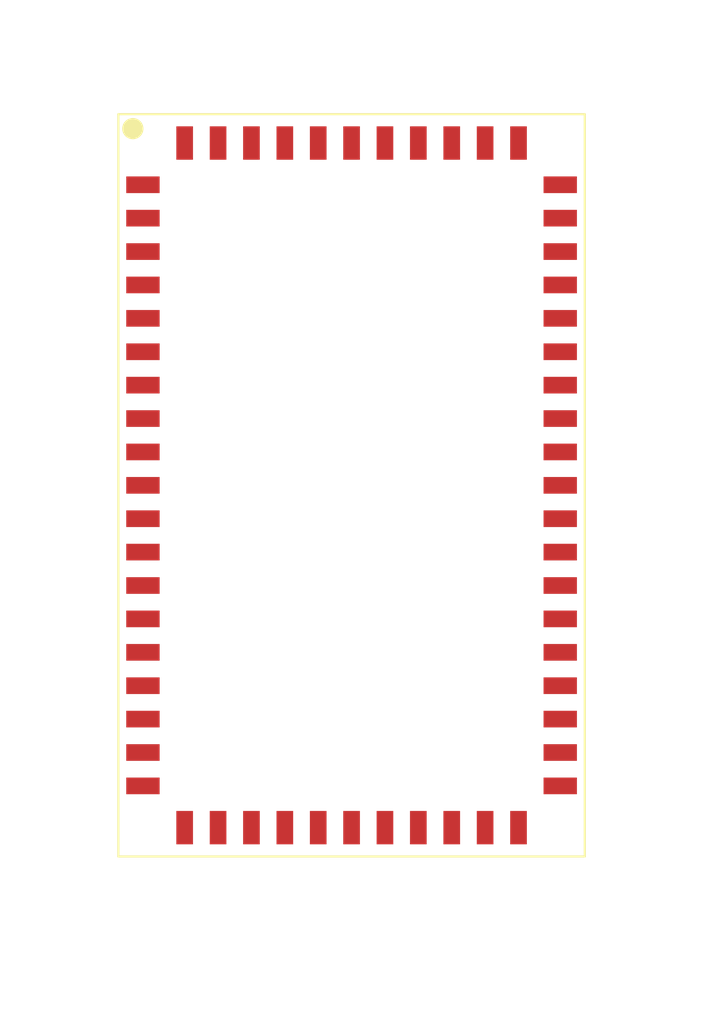
<source format=kicad_pcb>
(kicad_pcb (version 4) (host pcbnew "(2015-07-27 BZR 5997)-product")

  (general
    (links 0)
    (no_connects 0)
    (area 0 0 0 0)
    (thickness 1.6)
    (drawings 0)
    (tracks 0)
    (zones 0)
    (modules 1)
    (nets 61)
  )

  (page A4)
  (layers
    (0 F.Cu signal)
    (31 B.Cu signal)
    (32 B.Adhes user)
    (33 F.Adhes user)
    (34 B.Paste user)
    (35 F.Paste user)
    (36 B.SilkS user)
    (37 F.SilkS user)
    (38 B.Mask user)
    (39 F.Mask user)
    (40 Dwgs.User user)
    (41 Cmts.User user)
    (42 Eco1.User user)
    (43 Eco2.User user)
    (44 Edge.Cuts user)
    (45 Margin user)
    (46 B.CrtYd user)
    (47 F.CrtYd user)
    (48 B.Fab user)
    (49 F.Fab user)
  )

  (setup
    (last_trace_width 0.25)
    (trace_clearance 0.2)
    (zone_clearance 0.508)
    (zone_45_only no)
    (trace_min 0.2)
    (segment_width 0.2)
    (edge_width 0.15)
    (via_size 0.6)
    (via_drill 0.4)
    (via_min_size 0.4)
    (via_min_drill 0.3)
    (uvia_size 0.3)
    (uvia_drill 0.1)
    (uvias_allowed no)
    (uvia_min_size 0.2)
    (uvia_min_drill 0.1)
    (pcb_text_width 0.3)
    (pcb_text_size 1.5 1.5)
    (mod_edge_width 0.15)
    (mod_text_size 1 1)
    (mod_text_width 0.15)
    (pad_size 1.524 1.524)
    (pad_drill 0.762)
    (pad_to_mask_clearance 0.2)
    (aux_axis_origin 0 0)
    (visible_elements FFFFFF7F)
    (pcbplotparams
      (layerselection 0x00030_80000001)
      (usegerberextensions false)
      (excludeedgelayer true)
      (linewidth 0.100000)
      (plotframeref false)
      (viasonmask false)
      (mode 1)
      (useauxorigin false)
      (hpglpennumber 1)
      (hpglpenspeed 20)
      (hpglpendiameter 15)
      (hpglpenoverlay 2)
      (psnegative false)
      (psa4output false)
      (plotreference true)
      (plotvalue true)
      (plotinvisibletext false)
      (padsonsilk false)
      (subtractmaskfromsilk false)
      (outputformat 1)
      (mirror false)
      (drillshape 1)
      (scaleselection 1)
      (outputdirectory ""))
  )

  (net 0 "")
  (net 1 "Net-(U1-Pad1)")
  (net 2 "Net-(U1-Pad2)")
  (net 3 "Net-(U1-Pad3)")
  (net 4 "Net-(U1-Pad4)")
  (net 5 "Net-(U1-Pad5)")
  (net 6 "Net-(U1-Pad6)")
  (net 7 "Net-(U1-Pad7)")
  (net 8 "Net-(U1-Pad8)")
  (net 9 "Net-(U1-Pad9)")
  (net 10 "Net-(U1-Pad10)")
  (net 11 "Net-(U1-Pad11)")
  (net 12 "Net-(U1-Pad12)")
  (net 13 "Net-(U1-Pad13)")
  (net 14 "Net-(U1-Pad14)")
  (net 15 "Net-(U1-Pad15)")
  (net 16 "Net-(U1-Pad16)")
  (net 17 "Net-(U1-Pad17)")
  (net 18 "Net-(U1-Pad18)")
  (net 19 "Net-(U1-Pad19)")
  (net 20 "Net-(U1-Pad20)")
  (net 21 "Net-(U1-Pad21)")
  (net 22 "Net-(U1-Pad22)")
  (net 23 "Net-(U1-Pad23)")
  (net 24 "Net-(U1-Pad24)")
  (net 25 "Net-(U1-Pad25)")
  (net 26 "Net-(U1-Pad26)")
  (net 27 "Net-(U1-Pad27)")
  (net 28 "Net-(U1-Pad28)")
  (net 29 "Net-(U1-Pad29)")
  (net 30 "Net-(U1-Pad30)")
  (net 31 "Net-(U1-Pad31)")
  (net 32 "Net-(U1-Pad32)")
  (net 33 "Net-(U1-Pad33)")
  (net 34 "Net-(U1-Pad34)")
  (net 35 "Net-(U1-Pad35)")
  (net 36 "Net-(U1-Pad36)")
  (net 37 "Net-(U1-Pad37)")
  (net 38 "Net-(U1-Pad38)")
  (net 39 "Net-(U1-Pad39)")
  (net 40 "Net-(U1-Pad40)")
  (net 41 "Net-(U1-Pad41)")
  (net 42 "Net-(U1-Pad42)")
  (net 43 "Net-(U1-Pad43)")
  (net 44 "Net-(U1-Pad44)")
  (net 45 "Net-(U1-Pad45)")
  (net 46 "Net-(U1-Pad46)")
  (net 47 "Net-(U1-Pad47)")
  (net 48 "Net-(U1-Pad48)")
  (net 49 "Net-(U1-Pad49)")
  (net 50 "Net-(U1-Pad50)")
  (net 51 "Net-(U1-Pad51)")
  (net 52 "Net-(U1-Pad52)")
  (net 53 "Net-(U1-Pad53)")
  (net 54 "Net-(U1-Pad54)")
  (net 55 "Net-(U1-Pad55)")
  (net 56 "Net-(U1-Pad56)")
  (net 57 "Net-(U1-Pad57)")
  (net 58 "Net-(U1-Pad58)")
  (net 59 "Net-(U1-Pad59)")
  (net 60 "Net-(U1-Pad60)")

  (net_class Default "This is the default net class."
    (clearance 0.2)
    (trace_width 0.25)
    (via_dia 0.6)
    (via_drill 0.4)
    (uvia_dia 0.3)
    (uvia_drill 0.1)
    (add_net "Net-(U1-Pad1)")
    (add_net "Net-(U1-Pad10)")
    (add_net "Net-(U1-Pad11)")
    (add_net "Net-(U1-Pad12)")
    (add_net "Net-(U1-Pad13)")
    (add_net "Net-(U1-Pad14)")
    (add_net "Net-(U1-Pad15)")
    (add_net "Net-(U1-Pad16)")
    (add_net "Net-(U1-Pad17)")
    (add_net "Net-(U1-Pad18)")
    (add_net "Net-(U1-Pad19)")
    (add_net "Net-(U1-Pad2)")
    (add_net "Net-(U1-Pad20)")
    (add_net "Net-(U1-Pad21)")
    (add_net "Net-(U1-Pad22)")
    (add_net "Net-(U1-Pad23)")
    (add_net "Net-(U1-Pad24)")
    (add_net "Net-(U1-Pad25)")
    (add_net "Net-(U1-Pad26)")
    (add_net "Net-(U1-Pad27)")
    (add_net "Net-(U1-Pad28)")
    (add_net "Net-(U1-Pad29)")
    (add_net "Net-(U1-Pad3)")
    (add_net "Net-(U1-Pad30)")
    (add_net "Net-(U1-Pad31)")
    (add_net "Net-(U1-Pad32)")
    (add_net "Net-(U1-Pad33)")
    (add_net "Net-(U1-Pad34)")
    (add_net "Net-(U1-Pad35)")
    (add_net "Net-(U1-Pad36)")
    (add_net "Net-(U1-Pad37)")
    (add_net "Net-(U1-Pad38)")
    (add_net "Net-(U1-Pad39)")
    (add_net "Net-(U1-Pad4)")
    (add_net "Net-(U1-Pad40)")
    (add_net "Net-(U1-Pad41)")
    (add_net "Net-(U1-Pad42)")
    (add_net "Net-(U1-Pad43)")
    (add_net "Net-(U1-Pad44)")
    (add_net "Net-(U1-Pad45)")
    (add_net "Net-(U1-Pad46)")
    (add_net "Net-(U1-Pad47)")
    (add_net "Net-(U1-Pad48)")
    (add_net "Net-(U1-Pad49)")
    (add_net "Net-(U1-Pad5)")
    (add_net "Net-(U1-Pad50)")
    (add_net "Net-(U1-Pad51)")
    (add_net "Net-(U1-Pad52)")
    (add_net "Net-(U1-Pad53)")
    (add_net "Net-(U1-Pad54)")
    (add_net "Net-(U1-Pad55)")
    (add_net "Net-(U1-Pad56)")
    (add_net "Net-(U1-Pad57)")
    (add_net "Net-(U1-Pad58)")
    (add_net "Net-(U1-Pad59)")
    (add_net "Net-(U1-Pad6)")
    (add_net "Net-(U1-Pad60)")
    (add_net "Net-(U1-Pad7)")
    (add_net "Net-(U1-Pad8)")
    (add_net "Net-(U1-Pad9)")
  )

  (module Domino:DOMINO (layer F.Cu) (tedit 0) (tstamp 55B8D472)
    (at 148.5011 105.0036)
    (descr "<b>GL-Connect Domino WiFi Module</b>")
    (path /55B8D05E)
    (fp_text reference U1 (at 10.2616 20.955) (layer Eco1.User)
      (effects (font (size 0.8128 0.8128) (thickness 0.0635)))
    )
    (fp_text value DOMINO_DOMINO (at 0 0) (layer Eco1.User)
      (effects (font (size 0.8128 0.8128) (thickness 0.0635)))
    )
    (fp_text user +3.3VD_FLASH_IN (at -1.99898 28.26512 90) (layer Dwgs.User)
      (effects (font (size 0.6096 0.6096) (thickness 0.04826)))
    )
    (fp_text user +3.3VD_IN (at 0 26.43632 90) (layer Dwgs.User)
      (effects (font (size 0.6096 0.6096) (thickness 0.04826)))
    )
    (fp_text user GND (at -3.99796 -25.21712 90) (layer Dwgs.User)
      (effects (font (size 0.6096 0.6096) (thickness 0.04826)))
    )
    (fp_text user SPDIF_OUT (at 7.99846 26.43632 90) (layer Dwgs.User)
      (effects (font (size 0.6096 0.6096) (thickness 0.04826)))
    )
    (fp_text user I2S_SD (at 17.82826 15.99946) (layer Dwgs.User)
      (effects (font (size 0.6096 0.6096) (thickness 0.04826)))
    )
    (fp_text user I2S_WS (at 17.82826 13.99794) (layer Dwgs.User)
      (effects (font (size 0.6096 0.6096) (thickness 0.04826)))
    )
    (fp_text user I2S_CK (at 17.82826 11.99896) (layer Dwgs.User)
      (effects (font (size 0.6096 0.6096) (thickness 0.04826)))
    )
    (fp_text user I2S_MICIN (at 9.99998 26.43632 90) (layer Dwgs.User)
      (effects (font (size 0.6096 0.6096) (thickness 0.04826)))
    )
    (fp_text user I2S_MCK (at 17.82826 17.99844) (layer Dwgs.User)
      (effects (font (size 0.6096 0.6096) (thickness 0.04826)))
    )
    (fp_text user GND (at 16.60906 9.99998) (layer Dwgs.User)
      (effects (font (size 0.6096 0.6096) (thickness 0.04826)))
    )
    (fp_line (start 12.49934 20.4978) (end 10.2997 20.4978) (layer Cmts.User) (width 0.127))
    (fp_line (start 9.69772 20.4978) (end 8.29818 20.4978) (layer Cmts.User) (width 0.127))
    (fp_line (start 7.69874 20.4978) (end 6.2992 20.4978) (layer Cmts.User) (width 0.127))
    (fp_line (start 5.69976 20.4978) (end 4.29768 20.4978) (layer Cmts.User) (width 0.127))
    (fp_line (start 3.69824 20.4978) (end 2.2987 20.4978) (layer Cmts.User) (width 0.127))
    (fp_line (start 1.69926 20.4978) (end 0.29972 20.4978) (layer Cmts.User) (width 0.127))
    (fp_line (start -0.29972 20.4978) (end -1.69926 20.4978) (layer Cmts.User) (width 0.127))
    (fp_line (start -2.2987 20.4978) (end -3.69824 20.4978) (layer Cmts.User) (width 0.127))
    (fp_line (start -4.29768 20.4978) (end -5.69976 20.4978) (layer Cmts.User) (width 0.127))
    (fp_line (start -6.2992 20.4978) (end -7.69874 20.4978) (layer Cmts.User) (width 0.127))
    (fp_line (start -8.29818 20.4978) (end -9.69772 20.4978) (layer Cmts.User) (width 0.127))
    (fp_line (start -10.2997 20.4978) (end -12.49934 20.4978) (layer Cmts.User) (width 0.127))
    (fp_line (start -12.49934 20.4978) (end -12.49934 18.29816) (layer Cmts.User) (width 0.127))
    (fp_line (start -12.49934 17.69872) (end -12.49934 16.29918) (layer Cmts.User) (width 0.127))
    (fp_line (start -12.49934 15.69974) (end -12.49934 14.29766) (layer Cmts.User) (width 0.127))
    (fp_line (start -12.49934 13.69822) (end -12.49934 12.29868) (layer Cmts.User) (width 0.127))
    (fp_line (start -12.49934 11.69924) (end -12.49934 10.2997) (layer Cmts.User) (width 0.127))
    (fp_line (start -12.49934 9.69772) (end -12.49934 8.29818) (layer Cmts.User) (width 0.127))
    (fp_line (start -12.49934 7.69874) (end -12.49934 6.2992) (layer Cmts.User) (width 0.127))
    (fp_line (start -12.49934 5.69976) (end -12.49934 4.29768) (layer Cmts.User) (width 0.127))
    (fp_line (start -12.49934 3.69824) (end -12.49934 2.2987) (layer Cmts.User) (width 0.127))
    (fp_line (start -12.49934 1.69926) (end -12.49934 0.29972) (layer Cmts.User) (width 0.127))
    (fp_line (start -12.49934 -0.29972) (end -12.49934 -1.69926) (layer Cmts.User) (width 0.127))
    (fp_line (start -12.49934 -2.2987) (end -12.49934 -3.69824) (layer Cmts.User) (width 0.127))
    (fp_line (start -12.49934 -4.29768) (end -12.49934 -5.69976) (layer Cmts.User) (width 0.127))
    (fp_line (start -12.49934 -6.2992) (end -12.49934 -7.69874) (layer Cmts.User) (width 0.127))
    (fp_line (start -12.49934 -8.29818) (end -12.49934 -9.69772) (layer Cmts.User) (width 0.127))
    (fp_line (start -12.49934 -10.2997) (end -12.49934 -11.69924) (layer Cmts.User) (width 0.127))
    (fp_line (start -12.49934 -12.29868) (end -12.49934 -13.69822) (layer Cmts.User) (width 0.127))
    (fp_line (start -12.49934 -14.29766) (end -12.49934 -15.69974) (layer Cmts.User) (width 0.127))
    (fp_line (start -12.49934 -16.29918) (end -12.49934 -17.69872) (layer Cmts.User) (width 0.127))
    (fp_line (start -12.49934 -18.29816) (end -12.49934 -20.4978) (layer Cmts.User) (width 0.127))
    (fp_line (start -12.49934 -20.4978) (end -10.2997 -20.4978) (layer Cmts.User) (width 0.127))
    (fp_line (start -9.69772 -20.4978) (end -8.29818 -20.4978) (layer Cmts.User) (width 0.127))
    (fp_line (start -7.69874 -20.4978) (end -6.2992 -20.4978) (layer Cmts.User) (width 0.127))
    (fp_line (start -5.69976 -20.4978) (end -4.29768 -20.4978) (layer Cmts.User) (width 0.127))
    (fp_line (start -3.69824 -20.4978) (end -2.2987 -20.4978) (layer Cmts.User) (width 0.127))
    (fp_line (start -1.69926 -20.4978) (end -0.29972 -20.4978) (layer Cmts.User) (width 0.127))
    (fp_line (start 0.29972 -20.4978) (end 1.69926 -20.4978) (layer Cmts.User) (width 0.127))
    (fp_line (start 2.2987 -20.4978) (end 3.69824 -20.4978) (layer Cmts.User) (width 0.127))
    (fp_line (start 4.29768 -20.4978) (end 5.69976 -20.4978) (layer Cmts.User) (width 0.127))
    (fp_line (start 6.2992 -20.4978) (end 7.69874 -20.4978) (layer Cmts.User) (width 0.127))
    (fp_line (start 8.29818 -20.4978) (end 9.69772 -20.4978) (layer Cmts.User) (width 0.127))
    (fp_line (start 10.2997 -20.4978) (end 12.49934 -20.4978) (layer Cmts.User) (width 0.127))
    (fp_line (start 12.49934 -20.4978) (end 12.49934 -18.29816) (layer Cmts.User) (width 0.127))
    (fp_line (start 12.49934 -17.69872) (end 12.49934 -16.29918) (layer Cmts.User) (width 0.127))
    (fp_line (start 12.49934 -15.69974) (end 12.49934 -14.29766) (layer Cmts.User) (width 0.127))
    (fp_line (start 12.49934 -13.69822) (end 12.49934 -12.29868) (layer Cmts.User) (width 0.127))
    (fp_line (start 12.49934 -11.69924) (end 12.49934 -10.2997) (layer Cmts.User) (width 0.127))
    (fp_line (start 12.49934 -9.69772) (end 12.49934 -8.29818) (layer Cmts.User) (width 0.127))
    (fp_line (start 12.49934 -7.69874) (end 12.49934 -6.2992) (layer Cmts.User) (width 0.127))
    (fp_line (start 12.49934 -5.69976) (end 12.49934 -4.29768) (layer Cmts.User) (width 0.127))
    (fp_line (start 12.49934 -3.69824) (end 12.49934 -2.2987) (layer Cmts.User) (width 0.127))
    (fp_line (start 12.49934 -1.69926) (end 12.49934 -0.29972) (layer Cmts.User) (width 0.127))
    (fp_line (start 12.49934 0.29972) (end 12.49934 1.69926) (layer Cmts.User) (width 0.127))
    (fp_line (start 12.49934 2.2987) (end 12.49934 3.69824) (layer Cmts.User) (width 0.127))
    (fp_line (start 12.49934 4.29768) (end 12.49934 5.69976) (layer Cmts.User) (width 0.127))
    (fp_line (start 12.49934 6.2992) (end 12.49934 7.69874) (layer Cmts.User) (width 0.127))
    (fp_line (start 12.49934 8.29818) (end 12.49934 9.69772) (layer Cmts.User) (width 0.127))
    (fp_line (start 12.49934 10.2997) (end 12.49934 11.69924) (layer Cmts.User) (width 0.127))
    (fp_line (start 12.49934 12.29868) (end 12.49934 13.69822) (layer Cmts.User) (width 0.127))
    (fp_line (start 12.49934 14.29766) (end 12.49934 15.69974) (layer Cmts.User) (width 0.127))
    (fp_line (start 12.49934 16.29918) (end 12.49934 17.69872) (layer Cmts.User) (width 0.127))
    (fp_line (start 12.49934 18.29816) (end 12.49934 20.4978) (layer Cmts.User) (width 0.127))
    (fp_line (start 11.24966 19.24812) (end -11.24966 19.24812) (layer Cmts.User) (width 0.508))
    (fp_line (start 11.24966 -19.09826) (end 11.24966 19.24812) (layer Cmts.User) (width 0.508))
    (fp_line (start -8.77062 -16.84782) (end -10.57148 -16.84782) (layer Cmts.User) (width 0.127))
    (fp_line (start -10.9728 -17.2466) (end -10.9728 -18.9484) (layer Cmts.User) (width 0.127))
    (fp_line (start -10.57148 -19.34718) (end -8.77062 -19.34718) (layer Cmts.User) (width 0.127))
    (fp_line (start -8.37184 -18.9484) (end -8.37184 -17.2466) (layer Cmts.User) (width 0.127))
    (fp_arc (start -8.72236 -17.19834) (end -8.37184 -17.2466) (angle -106.2) (layer Cmts.User) (width 0.127))
    (fp_arc (start -10.62228 -17.19834) (end -10.57148 -16.84782) (angle -106.2) (layer Cmts.User) (width 0.127))
    (fp_arc (start -8.72236 -18.99666) (end -8.77062 -19.34718) (angle -106.2) (layer Cmts.User) (width 0.127))
    (fp_arc (start -10.62228 -18.99666) (end -10.9728 -18.9484) (angle -106.2) (layer Cmts.User) (width 0.127))
    (fp_line (start -11.24966 19.24812) (end -11.24966 -13.04798) (layer Cmts.User) (width 0.508))
    (fp_line (start -11.24966 -13.04798) (end -5.19938 -19.09826) (layer Cmts.User) (width 0.508))
    (fp_line (start -5.19938 -19.09826) (end 11.14806 -19.09826) (layer Cmts.User) (width 0.508))
    (fp_line (start 13.97 22.225) (end -13.97 22.225) (layer Dwgs.User) (width 0.0508))
    (fp_line (start -13.97 22.225) (end -13.97 -22.225) (layer Dwgs.User) (width 0.0508))
    (fp_line (start -13.97 -22.225) (end 13.97 -22.225) (layer Dwgs.User) (width 0.0508))
    (fp_line (start 13.97 -22.225) (end 13.97 22.225) (layer Dwgs.User) (width 0.0508))
    (fp_arc (start 12.49934 17.99844) (end 12.49934 17.69872) (angle 180) (layer Cmts.User) (width 0.127))
    (fp_arc (start 12.49934 15.99946) (end 12.49934 15.69974) (angle 180) (layer Cmts.User) (width 0.127))
    (fp_arc (start 12.49934 13.99794) (end 12.49934 13.69822) (angle 180) (layer Cmts.User) (width 0.127))
    (fp_arc (start 12.49934 11.99896) (end 12.49934 11.69924) (angle 180) (layer Cmts.User) (width 0.127))
    (fp_arc (start 12.49934 9.99998) (end 12.49934 9.69772) (angle 180) (layer Cmts.User) (width 0.127))
    (fp_arc (start 12.49934 7.99846) (end 12.49934 7.69874) (angle 180) (layer Cmts.User) (width 0.127))
    (fp_arc (start 12.49934 5.99948) (end 12.49934 5.69976) (angle 180) (layer Cmts.User) (width 0.127))
    (fp_arc (start 12.49934 3.99796) (end 12.49934 3.69824) (angle 180) (layer Cmts.User) (width 0.127))
    (fp_arc (start 12.49934 1.99898) (end 12.49934 1.69926) (angle 180) (layer Cmts.User) (width 0.127))
    (fp_arc (start 12.49934 0) (end 12.49934 -0.29972) (angle 180) (layer Cmts.User) (width 0.127))
    (fp_arc (start 12.49934 -1.99898) (end 12.49934 -2.2987) (angle 180) (layer Cmts.User) (width 0.127))
    (fp_arc (start 12.49934 -3.99796) (end 12.49934 -4.29768) (angle 180) (layer Cmts.User) (width 0.127))
    (fp_arc (start 12.49934 -5.99948) (end 12.49934 -6.2992) (angle 180) (layer Cmts.User) (width 0.127))
    (fp_arc (start 12.49934 -7.99846) (end 12.49934 -8.29818) (angle 180) (layer Cmts.User) (width 0.127))
    (fp_arc (start 12.49934 -9.99998) (end 12.49934 -10.2997) (angle 180) (layer Cmts.User) (width 0.127))
    (fp_arc (start 12.49934 -11.99896) (end 12.49934 -12.29868) (angle 180) (layer Cmts.User) (width 0.127))
    (fp_arc (start 12.49934 -13.99794) (end 12.49934 -14.29766) (angle 180) (layer Cmts.User) (width 0.127))
    (fp_arc (start 12.49934 -15.99946) (end 12.49934 -16.29918) (angle 180) (layer Cmts.User) (width 0.127))
    (fp_arc (start 12.49934 -17.99844) (end 12.49934 -18.29816) (angle 180) (layer Cmts.User) (width 0.127))
    (fp_arc (start 7.99846 -20.4978) (end 7.69874 -20.4978) (angle 180) (layer Cmts.User) (width 0.127))
    (fp_arc (start 5.99948 -20.4978) (end 5.69976 -20.4978) (angle 180) (layer Cmts.User) (width 0.127))
    (fp_arc (start 3.99796 -20.4978) (end 3.69824 -20.4978) (angle 180) (layer Cmts.User) (width 0.127))
    (fp_arc (start 1.99898 -20.4978) (end 1.69926 -20.4978) (angle 180) (layer Cmts.User) (width 0.127))
    (fp_arc (start 0 -20.4978) (end -0.29972 -20.4978) (angle 180) (layer Cmts.User) (width 0.127))
    (fp_arc (start -1.99898 -20.4978) (end -2.2987 -20.4978) (angle 180) (layer Cmts.User) (width 0.127))
    (fp_arc (start -3.99796 -20.4978) (end -4.29768 -20.4978) (angle 180) (layer Cmts.User) (width 0.127))
    (fp_arc (start -5.99948 -20.4978) (end -6.2992 -20.4978) (angle 180) (layer Cmts.User) (width 0.127))
    (fp_arc (start -7.99846 -20.4978) (end -8.29818 -20.4978) (angle 180) (layer Cmts.User) (width 0.127))
    (fp_arc (start -9.99998 -20.4978) (end -10.2997 -20.4978) (angle 180) (layer Cmts.User) (width 0.127))
    (fp_arc (start -12.49934 -17.99844) (end -12.49934 -17.69872) (angle 180) (layer Cmts.User) (width 0.127))
    (fp_arc (start -12.49934 -15.99946) (end -12.49934 -15.69974) (angle 180) (layer Cmts.User) (width 0.127))
    (fp_arc (start -12.49934 -13.99794) (end -12.49934 -13.69822) (angle 180) (layer Cmts.User) (width 0.127))
    (fp_arc (start -12.49934 -11.99896) (end -12.49934 -11.69924) (angle 180) (layer Cmts.User) (width 0.127))
    (fp_arc (start -12.49934 -9.99998) (end -12.49934 -9.69772) (angle 180) (layer Cmts.User) (width 0.127))
    (fp_arc (start -12.49934 -7.99846) (end -12.49934 -7.69874) (angle 180) (layer Cmts.User) (width 0.127))
    (fp_arc (start -12.49934 -5.99948) (end -12.49934 -5.69976) (angle 180) (layer Cmts.User) (width 0.127))
    (fp_arc (start -12.49934 -3.99796) (end -12.49934 -3.69824) (angle 180) (layer Cmts.User) (width 0.127))
    (fp_arc (start -12.49934 -1.99898) (end -12.49934 -1.69926) (angle 180) (layer Cmts.User) (width 0.127))
    (fp_arc (start -12.49934 1.99898) (end -12.49934 2.2987) (angle 180) (layer Cmts.User) (width 0.127))
    (fp_arc (start -12.49934 3.99796) (end -12.49934 4.29768) (angle 180) (layer Cmts.User) (width 0.127))
    (fp_arc (start -12.49934 5.99948) (end -12.49934 6.2992) (angle 180) (layer Cmts.User) (width 0.127))
    (fp_arc (start -12.49934 7.99846) (end -12.49934 8.29818) (angle 180) (layer Cmts.User) (width 0.127))
    (fp_arc (start -12.49934 9.99998) (end -12.49934 10.2997) (angle 180) (layer Cmts.User) (width 0.127))
    (fp_arc (start -12.49934 11.99896) (end -12.49934 12.29868) (angle 180) (layer Cmts.User) (width 0.127))
    (fp_arc (start -12.49934 13.99794) (end -12.49934 14.29766) (angle 180) (layer Cmts.User) (width 0.127))
    (fp_arc (start -12.49934 15.99946) (end -12.49934 16.29918) (angle 180) (layer Cmts.User) (width 0.127))
    (fp_arc (start -12.49934 17.99844) (end -12.49934 18.29816) (angle 180) (layer Cmts.User) (width 0.127))
    (fp_arc (start -9.99998 20.4978) (end -9.69772 20.4978) (angle 180) (layer Cmts.User) (width 0.127))
    (fp_arc (start -7.99846 20.4978) (end -7.69874 20.4978) (angle 180) (layer Cmts.User) (width 0.127))
    (fp_arc (start -5.99948 20.4978) (end -5.69976 20.4978) (angle 180) (layer Cmts.User) (width 0.127))
    (fp_arc (start -3.99796 20.4978) (end -3.69824 20.4978) (angle 180) (layer Cmts.User) (width 0.127))
    (fp_arc (start -1.99898 20.4978) (end -1.69926 20.4978) (angle 180) (layer Cmts.User) (width 0.127))
    (fp_arc (start 1.99898 20.4978) (end 2.2987 20.4978) (angle 180) (layer Cmts.User) (width 0.127))
    (fp_arc (start 3.99796 20.4978) (end 4.29768 20.4978) (angle 180) (layer Cmts.User) (width 0.127))
    (fp_arc (start 5.99948 20.4978) (end 6.2992 20.4978) (angle 180) (layer Cmts.User) (width 0.127))
    (fp_arc (start 7.99846 20.4978) (end 8.29818 20.4978) (angle 180) (layer Cmts.User) (width 0.127))
    (fp_arc (start 9.99998 20.4978) (end 10.2997 20.4978) (angle 180) (layer Cmts.User) (width 0.127))
    (fp_arc (start 9.99998 -20.4978) (end 9.69772 -20.4978) (angle 180) (layer Cmts.User) (width 0.127))
    (fp_line (start 13.97 22.225) (end 13.97 -22.225) (layer F.SilkS) (width 0.127))
    (fp_line (start 13.97 -22.225) (end -13.97 -22.225) (layer F.SilkS) (width 0.127))
    (fp_line (start -13.97 -22.225) (end -13.97 22.225) (layer F.SilkS) (width 0.127))
    (fp_line (start -13.97 22.225) (end 13.97 22.225) (layer F.SilkS) (width 0.127))
    (fp_line (start 19.99996 20.99818) (end 20.99818 20.99818) (layer Dwgs.User) (width 0.127))
    (fp_line (start 20.99818 20.99818) (end 20.99818 9.99998) (layer Dwgs.User) (width 0.127))
    (fp_line (start 19.99996 9.99998) (end 20.99818 9.99998) (layer Dwgs.User) (width 0.127))
    (fp_line (start 20.99818 9.99998) (end 20.99818 -9.99998) (layer Dwgs.User) (width 0.127))
    (fp_line (start 19.99996 -9.99998) (end 20.99818 -9.99998) (layer Dwgs.User) (width 0.127))
    (fp_line (start 20.99818 -9.99998) (end 20.99818 -18.9992) (layer Dwgs.User) (width 0.127))
    (fp_line (start 20.99818 -18.9992) (end 19.99996 -18.9992) (layer Dwgs.User) (width 0.127))
    (fp_line (start 12.99972 -27.99842) (end 12.99972 -28.99918) (layer Dwgs.User) (width 0.127))
    (fp_line (start 12.99972 -28.99918) (end 7.99846 -28.99918) (layer Dwgs.User) (width 0.127))
    (fp_line (start 7.99846 -27.99842) (end 7.99846 -28.99918) (layer Dwgs.User) (width 0.127))
    (fp_line (start 7.99846 -28.99918) (end 1.99898 -28.99918) (layer Dwgs.User) (width 0.127))
    (fp_line (start 1.99898 -27.99842) (end 1.99898 -28.99918) (layer Dwgs.User) (width 0.127))
    (fp_line (start 1.99898 -28.99918) (end -4.99872 -28.99918) (layer Dwgs.User) (width 0.127))
    (fp_line (start -4.99872 -27.99842) (end -4.99872 -28.99918) (layer Dwgs.User) (width 0.127))
    (fp_line (start -4.99872 -28.99918) (end -13.99794 -28.99918) (layer Dwgs.User) (width 0.127))
    (fp_line (start -13.99794 -28.99918) (end -13.99794 -27.99842) (layer Dwgs.User) (width 0.127))
    (fp_line (start -19.99996 -12.99972) (end -20.99818 -12.99972) (layer Dwgs.User) (width 0.127))
    (fp_line (start -20.99818 -12.99972) (end -20.99818 -8.99922) (layer Dwgs.User) (width 0.127))
    (fp_line (start -19.99996 -8.99922) (end -20.99818 -8.99922) (layer Dwgs.User) (width 0.127))
    (fp_line (start -20.99818 -8.99922) (end -20.99818 0) (layer Dwgs.User) (width 0.127))
    (fp_line (start -20.99818 0) (end -19.99996 0) (layer Dwgs.User) (width 0.127))
    (fp_line (start -20.99818 0) (end -20.99818 20.99818) (layer Dwgs.User) (width 0.127))
    (fp_line (start -20.99818 20.99818) (end -19.99996 20.99818) (layer Dwgs.User) (width 0.127))
    (fp_line (start -12.99972 30.99816) (end -12.99972 31.99892) (layer Dwgs.User) (width 0.127))
    (fp_line (start -12.99972 31.99892) (end -5.99948 31.99892) (layer Dwgs.User) (width 0.127))
    (fp_line (start -5.99948 30.99816) (end -5.99948 31.99892) (layer Dwgs.User) (width 0.127))
    (fp_line (start -5.99948 31.99892) (end 3.99796 31.99892) (layer Dwgs.User) (width 0.127))
    (fp_line (start 3.99796 31.99892) (end 3.99796 30.99816) (layer Dwgs.User) (width 0.127))
    (fp_line (start 3.99796 31.99892) (end 6.9977 31.99892) (layer Dwgs.User) (width 0.127))
    (fp_line (start 6.9977 31.99892) (end 6.9977 30.99816) (layer Dwgs.User) (width 0.127))
    (fp_line (start -20.99818 -12.99972) (end -20.99818 -20.99818) (layer Dwgs.User) (width 0.127))
    (fp_line (start -20.99818 -20.99818) (end -19.99996 -20.99818) (layer Dwgs.User) (width 0.127))
    (fp_line (start 6.9977 31.99892) (end 12.99972 31.99892) (layer Dwgs.User) (width 0.127))
    (fp_line (start 12.99972 31.99892) (end 12.99972 30.99816) (layer Dwgs.User) (width 0.127))
    (fp_arc (start -12.49934 0) (end -12.49934 0.29972) (angle 180) (layer Cmts.User) (width 0.127))
    (fp_arc (start 0 20.4978) (end 0.29972 20.4978) (angle 180) (layer Cmts.User) (width 0.127))
    (fp_circle (center -9.67232 -18.1483) (end -8.6741 -18.1483) (layer Cmts.User) (width 0.127))
    (fp_circle (center -9.67232 -18.1483) (end -9.53262 -18.1483) (layer Cmts.User) (width 0.127))
    (fp_circle (center -13.10386 -21.35886) (end -12.46886 -21.35886) (layer F.SilkS) (width 0))
    (fp_circle (center 3.34518 -3.74142) (end 3.69316 -3.74142) (layer Dwgs.User) (width 0))
    (fp_circle (center -10.9982 -11.99896) (end -10.65022 -11.99896) (layer Dwgs.User) (width 0))
    (fp_circle (center -10.9982 -7.99846) (end -10.65022 -7.99846) (layer Dwgs.User) (width 0))
    (fp_circle (center -10.9982 -5.99948) (end -10.65022 -5.99948) (layer Dwgs.User) (width 0))
    (fp_circle (center -10.9982 -3.99796) (end -10.65022 -3.99796) (layer Dwgs.User) (width 0))
    (fp_circle (center -10.9982 -1.99898) (end -10.65022 -1.99898) (layer Dwgs.User) (width 0))
    (fp_circle (center -10.9982 0) (end -10.65022 0) (layer Dwgs.User) (width 0))
    (fp_circle (center -9.99998 18.9992) (end -9.652 18.9992) (layer Dwgs.User) (width 0))
    (fp_circle (center -10.9982 17.99844) (end -10.65022 17.99844) (layer Dwgs.User) (width 0))
    (fp_circle (center -3.99796 18.9992) (end -3.64998 18.9992) (layer Dwgs.User) (width 0))
    (fp_circle (center -1.99898 18.9992) (end -1.651 18.9992) (layer Dwgs.User) (width 0))
    (fp_circle (center 1.99898 18.9992) (end 2.34696 18.9992) (layer Dwgs.User) (width 0))
    (fp_circle (center 3.99796 18.9992) (end 4.34594 18.9992) (layer Dwgs.User) (width 0))
    (fp_circle (center 10.9982 9.99998) (end 11.34618 9.99998) (layer Dwgs.User) (width 0))
    (fp_circle (center 10.9982 7.99846) (end 11.34618 7.99846) (layer Dwgs.User) (width 0))
    (fp_circle (center 10.9982 5.99948) (end 11.34618 5.99948) (layer Dwgs.User) (width 0))
    (fp_circle (center 10.9982 3.99796) (end 11.34618 3.99796) (layer Dwgs.User) (width 0))
    (fp_circle (center 10.9982 1.99898) (end 11.34618 1.99898) (layer Dwgs.User) (width 0))
    (fp_circle (center 10.9982 0) (end 11.34618 0) (layer Dwgs.User) (width 0))
    (fp_circle (center 10.9982 -1.99898) (end 11.34618 -1.99898) (layer Dwgs.User) (width 0))
    (fp_circle (center 10.9982 -3.99796) (end 11.34618 -3.99796) (layer Dwgs.User) (width 0))
    (fp_circle (center 10.9982 -5.99948) (end 11.34618 -5.99948) (layer Dwgs.User) (width 0))
    (fp_circle (center 10.9982 -7.99846) (end 11.34618 -7.99846) (layer Dwgs.User) (width 0))
    (fp_circle (center 10.9982 -9.99998) (end 11.34618 -9.99998) (layer Dwgs.User) (width 0))
    (fp_circle (center 10.9982 -11.99896) (end 11.34618 -11.99896) (layer Dwgs.User) (width 0))
    (fp_circle (center 10.9982 -13.99794) (end 11.34618 -13.99794) (layer Dwgs.User) (width 0))
    (fp_circle (center 10.9982 -15.99946) (end 11.34618 -15.99946) (layer Dwgs.User) (width 0))
    (fp_circle (center 10.9982 -17.99844) (end 11.34618 -17.99844) (layer Dwgs.User) (width 0))
    (fp_circle (center 5.99948 -18.9992) (end 6.34746 -18.9992) (layer Dwgs.User) (width 0))
    (fp_circle (center 3.99796 -18.9992) (end 4.34594 -18.9992) (layer Dwgs.User) (width 0))
    (fp_circle (center 1.99898 -18.9992) (end 2.34696 -18.9992) (layer Dwgs.User) (width 0))
    (fp_circle (center 5.00888 -2.59842) (end 5.35686 -2.59842) (layer Dwgs.User) (width 0))
    (fp_circle (center 3.61696 -0.58674) (end 3.96494 -0.58674) (layer Dwgs.User) (width 0))
    (fp_circle (center 3.38328 -2.17932) (end 3.73126 -2.17932) (layer Dwgs.User) (width 0))
    (fp_circle (center 6.9977 3.39852) (end 7.34568 3.39852) (layer Dwgs.User) (width 0))
    (fp_circle (center 7.35076 11.63574) (end 7.69874 11.63574) (layer Dwgs.User) (width 0))
    (fp_circle (center 8.7884 17.24914) (end 9.13638 17.24914) (layer Dwgs.User) (width 0))
    (fp_circle (center 0.72644 -0.44704) (end 1.32588 -0.44704) (layer Dwgs.User) (width 0))
    (fp_circle (center -7.99846 18.9992) (end -7.65048 18.9992) (layer Dwgs.User) (width 0))
    (fp_circle (center -10.9982 13.99794) (end -10.65022 13.99794) (layer Dwgs.User) (width 0))
    (fp_circle (center 0 -18.9992) (end 0.34798 -18.9992) (layer Dwgs.User) (width 0))
    (pad 1 smd rect (at -12.49934 -17.99844) (size 1.99898 0.99822) (layers F.Cu F.Paste F.Mask)
      (net 1 "Net-(U1-Pad1)"))
    (pad 2 smd rect (at -12.49934 -15.99946) (size 1.99898 0.99822) (layers F.Cu F.Paste F.Mask)
      (net 2 "Net-(U1-Pad2)"))
    (pad 3 smd rect (at -12.49934 -13.99794 180) (size 1.99898 0.99822) (layers F.Cu F.Paste F.Mask)
      (net 3 "Net-(U1-Pad3)"))
    (pad 4 smd rect (at -12.49934 -11.99896 180) (size 1.99898 0.99822) (layers F.Cu F.Paste F.Mask)
      (net 4 "Net-(U1-Pad4)"))
    (pad 5 smd rect (at -12.49934 -9.99998 180) (size 1.99898 0.99822) (layers F.Cu F.Paste F.Mask)
      (net 5 "Net-(U1-Pad5)"))
    (pad 6 smd rect (at -12.49934 -7.99846 180) (size 1.99898 0.99822) (layers F.Cu F.Paste F.Mask)
      (net 6 "Net-(U1-Pad6)"))
    (pad 7 smd rect (at -12.49934 -5.99948 180) (size 1.99898 0.99822) (layers F.Cu F.Paste F.Mask)
      (net 7 "Net-(U1-Pad7)"))
    (pad 8 smd rect (at -12.49934 -3.99796 180) (size 1.99898 0.99822) (layers F.Cu F.Paste F.Mask)
      (net 8 "Net-(U1-Pad8)"))
    (pad 9 smd rect (at -12.49934 -1.99898 180) (size 1.99898 0.99822) (layers F.Cu F.Paste F.Mask)
      (net 9 "Net-(U1-Pad9)"))
    (pad 10 smd rect (at -12.49934 0 180) (size 1.99898 0.99822) (layers F.Cu F.Paste F.Mask)
      (net 10 "Net-(U1-Pad10)"))
    (pad 11 smd rect (at -12.49934 1.99898 180) (size 1.99898 0.99822) (layers F.Cu F.Paste F.Mask)
      (net 11 "Net-(U1-Pad11)"))
    (pad 12 smd rect (at -12.49934 3.99796 180) (size 1.99898 0.99822) (layers F.Cu F.Paste F.Mask)
      (net 12 "Net-(U1-Pad12)"))
    (pad 13 smd rect (at -12.49934 5.99948 180) (size 1.99898 0.99822) (layers F.Cu F.Paste F.Mask)
      (net 13 "Net-(U1-Pad13)"))
    (pad 14 smd rect (at -12.49934 7.99846 180) (size 1.99898 0.99822) (layers F.Cu F.Paste F.Mask)
      (net 14 "Net-(U1-Pad14)"))
    (pad 15 smd rect (at -12.49934 9.99998) (size 1.99898 0.99822) (layers F.Cu F.Paste F.Mask)
      (net 15 "Net-(U1-Pad15)"))
    (pad 16 smd rect (at -12.49934 11.99896) (size 1.99898 0.99822) (layers F.Cu F.Paste F.Mask)
      (net 16 "Net-(U1-Pad16)"))
    (pad 17 smd rect (at -12.49934 13.99794 180) (size 1.99898 0.99822) (layers F.Cu F.Paste F.Mask)
      (net 17 "Net-(U1-Pad17)"))
    (pad 18 smd rect (at -12.49934 15.99946 180) (size 1.99898 0.99822) (layers F.Cu F.Paste F.Mask)
      (net 18 "Net-(U1-Pad18)"))
    (pad 19 smd rect (at -12.49934 17.99844 180) (size 1.99898 0.99822) (layers F.Cu F.Paste F.Mask)
      (net 19 "Net-(U1-Pad19)"))
    (pad 20 smd rect (at -9.99998 20.4978 270) (size 1.99898 0.99822) (layers F.Cu F.Paste F.Mask)
      (net 20 "Net-(U1-Pad20)"))
    (pad 21 smd rect (at -7.99846 20.4978 270) (size 1.99898 0.99822) (layers F.Cu F.Paste F.Mask)
      (net 21 "Net-(U1-Pad21)"))
    (pad 22 smd rect (at -5.99948 20.4978 270) (size 1.99898 0.99822) (layers F.Cu F.Paste F.Mask)
      (net 22 "Net-(U1-Pad22)"))
    (pad 23 smd rect (at -3.99796 20.4978 270) (size 1.99898 0.99822) (layers F.Cu F.Paste F.Mask)
      (net 23 "Net-(U1-Pad23)"))
    (pad 24 smd rect (at -1.99898 20.4978 90) (size 1.99898 0.99822) (layers F.Cu F.Paste F.Mask)
      (net 24 "Net-(U1-Pad24)"))
    (pad 25 smd rect (at 0 20.4978 90) (size 1.99898 0.99822) (layers F.Cu F.Paste F.Mask)
      (net 25 "Net-(U1-Pad25)"))
    (pad 26 smd rect (at 1.99898 20.4978 90) (size 1.99898 0.99822) (layers F.Cu F.Paste F.Mask)
      (net 26 "Net-(U1-Pad26)"))
    (pad 27 smd rect (at 3.99796 20.4978 90) (size 1.99898 0.99822) (layers F.Cu F.Paste F.Mask)
      (net 27 "Net-(U1-Pad27)"))
    (pad 28 smd rect (at 5.99948 20.4978 90) (size 1.99898 0.99822) (layers F.Cu F.Paste F.Mask)
      (net 28 "Net-(U1-Pad28)"))
    (pad 29 smd rect (at 7.99846 20.4978 270) (size 1.99898 0.99822) (layers F.Cu F.Paste F.Mask)
      (net 29 "Net-(U1-Pad29)"))
    (pad 30 smd rect (at 9.99998 20.4978 90) (size 1.99898 0.99822) (layers F.Cu F.Paste F.Mask)
      (net 30 "Net-(U1-Pad30)"))
    (pad 31 smd rect (at 12.49934 17.99844) (size 1.99898 0.99822) (layers F.Cu F.Paste F.Mask)
      (net 31 "Net-(U1-Pad31)"))
    (pad 32 smd rect (at 12.49934 15.99946 180) (size 1.99898 0.99822) (layers F.Cu F.Paste F.Mask)
      (net 32 "Net-(U1-Pad32)"))
    (pad 33 smd rect (at 12.49934 13.99794 180) (size 1.99898 0.99822) (layers F.Cu F.Paste F.Mask)
      (net 33 "Net-(U1-Pad33)"))
    (pad 34 smd rect (at 12.49934 11.99896 180) (size 1.99898 0.99822) (layers F.Cu F.Paste F.Mask)
      (net 34 "Net-(U1-Pad34)"))
    (pad 35 smd rect (at 12.49934 9.99998 180) (size 1.99898 0.99822) (layers F.Cu F.Paste F.Mask)
      (net 35 "Net-(U1-Pad35)"))
    (pad 36 smd rect (at 12.49934 7.99846) (size 1.99898 0.99822) (layers F.Cu F.Paste F.Mask)
      (net 36 "Net-(U1-Pad36)"))
    (pad 37 smd rect (at 12.49934 5.99948) (size 1.99898 0.99822) (layers F.Cu F.Paste F.Mask)
      (net 37 "Net-(U1-Pad37)"))
    (pad 38 smd rect (at 12.49934 3.99796 180) (size 1.99898 0.99822) (layers F.Cu F.Paste F.Mask)
      (net 38 "Net-(U1-Pad38)"))
    (pad 39 smd rect (at 12.49934 1.99898 180) (size 1.99898 0.99822) (layers F.Cu F.Paste F.Mask)
      (net 39 "Net-(U1-Pad39)"))
    (pad 40 smd rect (at 12.49934 0 180) (size 1.99898 0.99822) (layers F.Cu F.Paste F.Mask)
      (net 40 "Net-(U1-Pad40)"))
    (pad 41 smd rect (at 12.49934 -1.99898) (size 1.99898 0.99822) (layers F.Cu F.Paste F.Mask)
      (net 41 "Net-(U1-Pad41)"))
    (pad 42 smd rect (at 12.49934 -3.99796 180) (size 1.99898 0.99822) (layers F.Cu F.Paste F.Mask)
      (net 42 "Net-(U1-Pad42)"))
    (pad 43 smd rect (at 12.49934 -5.99948 180) (size 1.99898 0.99822) (layers F.Cu F.Paste F.Mask)
      (net 43 "Net-(U1-Pad43)"))
    (pad 44 smd rect (at 12.49934 -7.99846 180) (size 1.99898 0.99822) (layers F.Cu F.Paste F.Mask)
      (net 44 "Net-(U1-Pad44)"))
    (pad 45 smd rect (at 12.49934 -9.99998 180) (size 1.99898 0.99822) (layers F.Cu F.Paste F.Mask)
      (net 45 "Net-(U1-Pad45)"))
    (pad 46 smd rect (at 12.49934 -11.99896 180) (size 1.99898 0.99822) (layers F.Cu F.Paste F.Mask)
      (net 46 "Net-(U1-Pad46)"))
    (pad 47 smd rect (at 12.49934 -13.99794 180) (size 1.99898 0.99822) (layers F.Cu F.Paste F.Mask)
      (net 47 "Net-(U1-Pad47)"))
    (pad 48 smd rect (at 12.49934 -15.99946 180) (size 1.99898 0.99822) (layers F.Cu F.Paste F.Mask)
      (net 48 "Net-(U1-Pad48)"))
    (pad 49 smd rect (at 12.49934 -17.99844) (size 1.99898 0.99822) (layers F.Cu F.Paste F.Mask)
      (net 49 "Net-(U1-Pad49)"))
    (pad 50 smd rect (at 9.99998 -20.4978 270) (size 1.99898 0.99822) (layers F.Cu F.Paste F.Mask)
      (net 50 "Net-(U1-Pad50)"))
    (pad 51 smd rect (at 7.99846 -20.4978 270) (size 1.99898 0.99822) (layers F.Cu F.Paste F.Mask)
      (net 51 "Net-(U1-Pad51)"))
    (pad 52 smd rect (at 5.99948 -20.4978 270) (size 1.99898 0.99822) (layers F.Cu F.Paste F.Mask)
      (net 52 "Net-(U1-Pad52)"))
    (pad 53 smd rect (at 3.99796 -20.4978 270) (size 1.99898 0.99822) (layers F.Cu F.Paste F.Mask)
      (net 53 "Net-(U1-Pad53)"))
    (pad 54 smd rect (at 1.99898 -20.4978 270) (size 1.99898 0.99822) (layers F.Cu F.Paste F.Mask)
      (net 54 "Net-(U1-Pad54)"))
    (pad 55 smd rect (at 0 -20.4978 270) (size 1.99898 0.99822) (layers F.Cu F.Paste F.Mask)
      (net 55 "Net-(U1-Pad55)"))
    (pad 56 smd rect (at -1.99898 -20.4978 270) (size 1.99898 0.99822) (layers F.Cu F.Paste F.Mask)
      (net 56 "Net-(U1-Pad56)"))
    (pad 57 smd rect (at -3.99796 -20.4978 270) (size 1.99898 0.99822) (layers F.Cu F.Paste F.Mask)
      (net 57 "Net-(U1-Pad57)"))
    (pad 58 smd rect (at -5.99948 -20.4978 270) (size 1.99898 0.99822) (layers F.Cu F.Paste F.Mask)
      (net 58 "Net-(U1-Pad58)"))
    (pad 59 smd rect (at -7.99846 -20.4978 270) (size 1.99898 0.99822) (layers F.Cu F.Paste F.Mask)
      (net 59 "Net-(U1-Pad59)"))
    (pad 60 smd rect (at -9.99998 -20.4978 270) (size 1.99898 0.99822) (layers F.Cu F.Paste F.Mask)
      (net 60 "Net-(U1-Pad60)"))
  )

)

</source>
